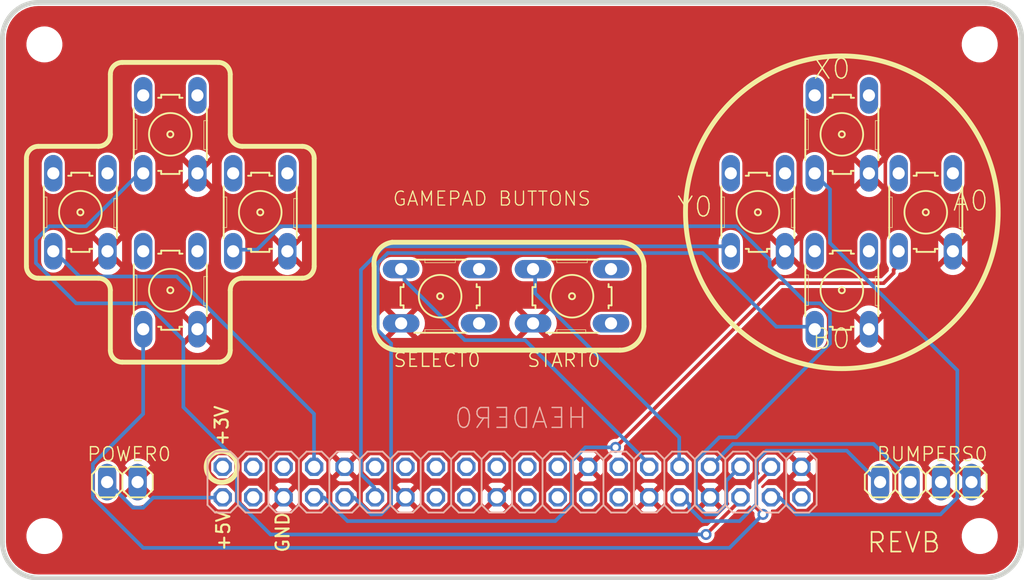
<source format=kicad_pcb>
(kicad_pcb (version 20221018) (generator pcbnew)
  (layers (0 "F.Cu" signal) (31 "B.Cu" signal) (34 "B.Paste" user) (35 "F.Paste" user) (36 "B.SilkS" user "B.Silkscreen") (37 "F.SilkS" user "F.Silkscreen") (38 "B.Mask" user) (39 "F.Mask" user) (44 "Edge.Cuts" user))
  (net 0 "")
  (net 1 "N$1")
  (net 2 "N$3")
  (net 3 "N$10")
  (net 4 "GND")
  (net 5 "N$9")
  (net 6 "+5V")
  (net 7 "N$12")
  (net 8 "N$13")
  (net 9 "N$2")
  (net 10 "N$4")
  (net 11 "N$5")
  (net 12 "N$6")
  (net 13 "N$7")
  (net 14 "N$8")
  (footprint "working:B3F-10XX" (layer "F.Cu") (at 183.0011 98.5036 90)
    (fp_text reference "A0" (at 0.952 5.317) (layer "F.SilkS") (effects (font (size 1.6637 1.6637) (thickness 0.1143)) (justify right)))
    (fp_text value "")
    (pad "1" thru_hole oval (at -3.2512 -2.2606 90) (size 3.048 1.524) (drill 1.016) (layers "*.Cu" "*.Mask") (net 13 "N$7"))
    (pad "2" thru_hole oval (at 3.2512 -2.2606 90) (size 3.048 1.524) (drill 1.016) (layers "*.Cu" "*.Mask"))
    (pad "3" thru_hole oval (at -3.2512 2.2606 90) (size 3.048 1.524) (drill 1.016) (layers "*.Cu" "*.Mask") (net 4 "GND"))
    (pad "4" thru_hole oval (at 3.2512 2.2606 90) (size 3.048 1.524) (drill 1.016) (layers "*.Cu" "*.Mask"))
  )
  (footprint "working:B3F-10XX" (layer "F.Cu") (at 120.0011 105.0036 90)
    (fp_text reference "DOWN0" hide)
    (fp_text value "")
    (pad "1" thru_hole oval (at -3.2512 -2.2606 90) (size 3.048 1.524) (drill 1.016) (layers "*.Cu" "*.Mask") (net 11 "N$5"))
    (pad "2" thru_hole oval (at 3.2512 -2.2606 90) (size 3.048 1.524) (drill 1.016) (layers "*.Cu" "*.Mask"))
    (pad "3" thru_hole oval (at -3.2512 2.2606 90) (size 3.048 1.524) (drill 1.016) (layers "*.Cu" "*.Mask") (net 4 "GND"))
    (pad "4" thru_hole oval (at 3.2512 2.2606 90) (size 3.048 1.524) (drill 1.016) (layers "*.Cu" "*.Mask"))
  )
  (footprint "" (layer "F.Cu") (at 187.5011 125.5036)
    (fp_text reference "@HOLE2" hide)
    (fp_text value "" (at 0 0) (layer "F.SilkS") (effects (font (size 1.27 1.27))))
    (pad "" np_thru_hole circle (at 0 0) (size 2.5 2.5) (drill 2.5) (layers "*.Cu" "*.Mask"))
  )
  (footprint "working:B3F-10XX" (layer "F.Cu") (at 153.5011 105.5036)
    (fp_text reference "START0" (at 2.452 5.317) (layer "F.SilkS") (effects (font (size 1.1557 1.1557) (thickness 0.1143)) (justify right)))
    (fp_text value "")
    (pad "1" thru_hole oval (at -3.2512 -2.2606) (size 3.048 1.524) (drill 1.016) (layers "*.Cu" "*.Mask") (net 3 "N$10"))
    (pad "2" thru_hole oval (at 3.2512 -2.2606) (size 3.048 1.524) (drill 1.016) (layers "*.Cu" "*.Mask"))
    (pad "3" thru_hole oval (at -3.2512 2.2606) (size 3.048 1.524) (drill 1.016) (layers "*.Cu" "*.Mask") (net 4 "GND"))
    (pad "4" thru_hole oval (at 3.2512 2.2606) (size 3.048 1.524) (drill 1.016) (layers "*.Cu" "*.Mask"))
  )
  (footprint "working:B3F-10XX" (layer "F.Cu") (at 112.5011 98.5036 90)
    (fp_text reference "LEFT0" hide)
    (fp_text value "")
    (pad "1" thru_hole oval (at -3.2512 -2.2606 90) (size 3.048 1.524) (drill 1.016) (layers "*.Cu" "*.Mask") (net 1 "N$1"))
    (pad "2" thru_hole oval (at 3.2512 -2.2606 90) (size 3.048 1.524) (drill 1.016) (layers "*.Cu" "*.Mask"))
    (pad "3" thru_hole oval (at -3.2512 2.2606 90) (size 3.048 1.524) (drill 1.016) (layers "*.Cu" "*.Mask") (net 4 "GND"))
    (pad "4" thru_hole oval (at 3.2512 2.2606 90) (size 3.048 1.524) (drill 1.016) (layers "*.Cu" "*.Mask"))
  )
  (footprint "" (layer "F.Cu") (at 109.5011 125.5036)
    (fp_text reference "@HOLE1" hide)
    (fp_text value "" (at 0 0) (layer "F.SilkS") (effects (font (size 1.27 1.27))))
    (pad "" np_thru_hole circle (at 0 0) (size 2.5 2.5) (drill 2.5) (layers "*.Cu" "*.Mask"))
  )
  (footprint "working:1X04" (layer "F.Cu") (at 183.0011 121.0036)
    (fp_text reference "BUMPERS0" (at -4.1562 -2.3288) (layer "F.SilkS") (effects (font (size 1.1557 1.1557) (thickness 0.1143)) (justify left)))
    (fp_text value "")
    (pad "1" thru_hole oval (at -3.81 0 90) (size 3.048 1.524) (drill 1.016) (layers "*.Cu" "*.Mask") (net 7 "N$12"))
    (pad "2" thru_hole oval (at -1.27 0 90) (size 3.048 1.524) (drill 1.016) (layers "*.Cu" "*.Mask") (net 8 "N$13"))
    (pad "3" thru_hole oval (at 1.27 0 90) (size 3.048 1.524) (drill 1.016) (layers "*.Cu" "*.Mask") (net 4 "GND"))
    (pad "4" thru_hole oval (at 3.81 0 90) (size 3.048 1.524) (drill 1.016) (layers "*.Cu" "*.Mask") (net 4 "GND"))
  )
  (footprint "working:B3F-10XX" (layer "F.Cu") (at 176.0011 105.0036 90)
    (fp_text reference "B0" (at -4.048 0.817) (layer "F.SilkS") (effects (font (size 1.6637 1.6637) (thickness 0.1143)) (justify right)))
    (fp_text value "")
    (pad "1" thru_hole oval (at -3.2512 -2.2606 90) (size 3.048 1.524) (drill 1.016) (layers "*.Cu" "*.Mask") (net 14 "N$8"))
    (pad "2" thru_hole oval (at 3.2512 -2.2606 90) (size 3.048 1.524) (drill 1.016) (layers "*.Cu" "*.Mask"))
    (pad "3" thru_hole oval (at -3.2512 2.2606 90) (size 3.048 1.524) (drill 1.016) (layers "*.Cu" "*.Mask") (net 4 "GND"))
    (pad "4" thru_hole oval (at 3.2512 2.2606 90) (size 3.048 1.524) (drill 1.016) (layers "*.Cu" "*.Mask"))
  )
  (footprint "" (layer "F.Cu") (at 187.5011 84.5036)
    (fp_text reference "@HOLE3" hide)
    (fp_text value "" (at 0 0) (layer "F.SilkS") (effects (font (size 1.27 1.27))))
    (pad "" np_thru_hole circle (at 0 0) (size 2.5 2.5) (drill 2.5) (layers "*.Cu" "*.Mask"))
  )
  (footprint "" (layer "F.Cu") (at 109.5011 84.5036)
    (fp_text reference "@HOLE0" hide)
    (fp_text value "" (at 0 0) (layer "F.SilkS") (effects (font (size 1.27 1.27))))
    (pad "" np_thru_hole circle (at 0 0) (size 2.5 2.5) (drill 2.5) (layers "*.Cu" "*.Mask"))
  )
  (footprint "working:1X02" (layer "F.Cu") (at 116.0011 121.0036)
    (fp_text reference "POWER0" (at -3.0066 -2.3288) (layer "F.SilkS") (effects (font (size 1.1557 1.1557) (thickness 0.1143)) (justify left)))
    (fp_text value "5V GND")
    (pad "1" thru_hole oval (at -1.27 0 90) (size 3.048 1.524) (drill 1.016) (layers "*.Cu" "*.Mask") (net 6 "+5V"))
    (pad "2" thru_hole oval (at 1.27 0 90) (size 3.048 1.524) (drill 1.016) (layers "*.Cu" "*.Mask") (net 4 "GND"))
  )
  (footprint "working:B3F-10XX" (layer "F.Cu") (at 169.0011 98.5036 90)
    (fp_text reference "Y0" (at 0.452 -3.683) (layer "F.SilkS") (effects (font (size 1.6637 1.6637) (thickness 0.1143)) (justify right)))
    (fp_text value "")
    (pad "1" thru_hole oval (at -3.2512 -2.2606 90) (size 3.048 1.524) (drill 1.016) (layers "*.Cu" "*.Mask") (net 2 "N$3"))
    (pad "2" thru_hole oval (at 3.2512 -2.2606 90) (size 3.048 1.524) (drill 1.016) (layers "*.Cu" "*.Mask"))
    (pad "3" thru_hole oval (at -3.2512 2.2606 90) (size 3.048 1.524) (drill 1.016) (layers "*.Cu" "*.Mask") (net 4 "GND"))
    (pad "4" thru_hole oval (at 3.2512 2.2606 90) (size 3.048 1.524) (drill 1.016) (layers "*.Cu" "*.Mask"))
  )
  (footprint "working:B3F-10XX" (layer "F.Cu") (at 176.0011 92.0036 90)
    (fp_text reference "X0" (at 5.452 0.817) (layer "F.SilkS") (effects (font (size 1.6637 1.6637) (thickness 0.1143)) (justify right)))
    (fp_text value "")
    (pad "1" thru_hole oval (at -3.2512 -2.2606 90) (size 3.048 1.524) (drill 1.016) (layers "*.Cu" "*.Mask") (net 12 "N$6"))
    (pad "2" thru_hole oval (at 3.2512 -2.2606 90) (size 3.048 1.524) (drill 1.016) (layers "*.Cu" "*.Mask"))
    (pad "3" thru_hole oval (at -3.2512 2.2606 90) (size 3.048 1.524) (drill 1.016) (layers "*.Cu" "*.Mask") (net 4 "GND"))
    (pad "4" thru_hole oval (at 3.2512 2.2606 90) (size 3.048 1.524) (drill 1.016) (layers "*.Cu" "*.Mask"))
  )
  (footprint "working:B3F-10XX" (layer "F.Cu") (at 120.0011 92.0036 90)
    (fp_text reference "UP0" hide)
    (fp_text value "")
    (pad "1" thru_hole oval (at -3.2512 -2.2606 90) (size 3.048 1.524) (drill 1.016) (layers "*.Cu" "*.Mask") (net 9 "N$2"))
    (pad "2" thru_hole oval (at 3.2512 -2.2606 90) (size 3.048 1.524) (drill 1.016) (layers "*.Cu" "*.Mask"))
    (pad "3" thru_hole oval (at -3.2512 2.2606 90) (size 3.048 1.524) (drill 1.016) (layers "*.Cu" "*.Mask") (net 4 "GND"))
    (pad "4" thru_hole oval (at 3.2512 2.2606 90) (size 3.048 1.524) (drill 1.016) (layers "*.Cu" "*.Mask"))
  )
  (footprint "working:B3F-10XX" (layer "F.Cu") (at 142.5011 105.5036)
    (fp_text reference "SELECT0" (at 3.452 5.317) (layer "F.SilkS") (effects (font (size 1.1557 1.1557) (thickness 0.1143)) (justify right)))
    (fp_text value "")
    (pad "1" thru_hole oval (at -3.2512 -2.2606) (size 3.048 1.524) (drill 1.016) (layers "*.Cu" "*.Mask") (net 5 "N$9"))
    (pad "2" thru_hole oval (at 3.2512 -2.2606) (size 3.048 1.524) (drill 1.016) (layers "*.Cu" "*.Mask"))
    (pad "3" thru_hole oval (at -3.2512 2.2606) (size 3.048 1.524) (drill 1.016) (layers "*.Cu" "*.Mask") (net 4 "GND"))
    (pad "4" thru_hole oval (at 3.2512 2.2606) (size 3.048 1.524) (drill 1.016) (layers "*.Cu" "*.Mask"))
  )
  (footprint "working:B3F-10XX" (layer "F.Cu") (at 127.5011 98.5036 90)
    (fp_text reference "RIGHT0" hide)
    (fp_text value "")
    (pad "1" thru_hole oval (at -3.2512 -2.2606 90) (size 3.048 1.524) (drill 1.016) (layers "*.Cu" "*.Mask") (net 10 "N$4"))
    (pad "2" thru_hole oval (at 3.2512 -2.2606 90) (size 3.048 1.524) (drill 1.016) (layers "*.Cu" "*.Mask"))
    (pad "3" thru_hole oval (at -3.2512 2.2606 90) (size 3.048 1.524) (drill 1.016) (layers "*.Cu" "*.Mask") (net 4 "GND"))
    (pad "4" thru_hole oval (at 3.2512 2.2606 90) (size 3.048 1.524) (drill 1.016) (layers "*.Cu" "*.Mask"))
  )
  (footprint "working:2X20" (layer "B.Cu") (at 148.5011 121.0036)
    (fp_text reference "HEADER0" (at -4.9 -5.325) (layer "B.SilkS") (effects (font (size 1.6637 1.6637) (thickness 0.1143)) (justify right mirror)))
    (fp_text value "")
    (pad "1" thru_hole roundrect (at -24.13 -1.27) (size 1.524 1.524) (drill 1.016) (layers "*.Cu" "*.Mask") (chamfer_ratio 0.2928932188) (chamfer top_left top_right bottom_left bottom_right))
    (pad "2" thru_hole roundrect (at -24.13 1.27) (size 1.524 1.524) (drill 1.016) (layers "*.Cu" "*.Mask") (chamfer_ratio 0.2928932188) (chamfer top_left top_right bottom_left bottom_right) (net 6 "+5V"))
    (pad "3" thru_hole roundrect (at -21.59 -1.27) (size 1.524 1.524) (drill 1.016) (layers "*.Cu" "*.Mask") (chamfer_ratio 0.2928932188) (chamfer top_left top_right bottom_left bottom_right))
    (pad "4" thru_hole roundrect (at -21.59 1.27) (size 1.524 1.524) (drill 1.016) (layers "*.Cu" "*.Mask") (chamfer_ratio 0.2928932188) (chamfer top_left top_right bottom_left bottom_right))
    (pad "5" thru_hole roundrect (at -19.05 -1.27) (size 1.524 1.524) (drill 1.016) (layers "*.Cu" "*.Mask") (chamfer_ratio 0.2928932188) (chamfer top_left top_right bottom_left bottom_right))
    (pad "6" thru_hole roundrect (at -19.05 1.27) (size 1.524 1.524) (drill 1.016) (layers "*.Cu" "*.Mask") (chamfer_ratio 0.2928932188) (chamfer top_left top_right bottom_left bottom_right) (net 4 "GND"))
    (pad "7" thru_hole roundrect (at -16.51 -1.27) (size 1.524 1.524) (drill 1.016) (layers "*.Cu" "*.Mask") (chamfer_ratio 0.2928932188) (chamfer top_left top_right bottom_left bottom_right) (net 1 "N$1"))
    (pad "8" thru_hole roundrect (at -16.51 1.27) (size 1.524 1.524) (drill 1.016) (layers "*.Cu" "*.Mask") (chamfer_ratio 0.2928932188) (chamfer top_left top_right bottom_left bottom_right) (net 13 "N$7"))
    (pad "9" thru_hole roundrect (at -13.97 -1.27) (size 1.524 1.524) (drill 1.016) (layers "*.Cu" "*.Mask") (chamfer_ratio 0.2928932188) (chamfer top_left top_right bottom_left bottom_right) (net 4 "GND"))
    (pad "10" thru_hole roundrect (at -13.97 1.27) (size 1.524 1.524) (drill 1.016) (layers "*.Cu" "*.Mask") (chamfer_ratio 0.2928932188) (chamfer top_left top_right bottom_left bottom_right) (net 14 "N$8"))
    (pad "11" thru_hole roundrect (at -11.43 -1.27) (size 1.524 1.524) (drill 1.016) (layers "*.Cu" "*.Mask") (chamfer_ratio 0.2928932188) (chamfer top_left top_right bottom_left bottom_right))
    (pad "12" thru_hole roundrect (at -11.43 1.27) (size 1.524 1.524) (drill 1.016) (layers "*.Cu" "*.Mask") (chamfer_ratio 0.2928932188) (chamfer top_left top_right bottom_left bottom_right) (net 2 "N$3"))
    (pad "13" thru_hole roundrect (at -8.89 -1.27) (size 1.524 1.524) (drill 1.016) (layers "*.Cu" "*.Mask") (chamfer_ratio 0.2928932188) (chamfer top_left top_right bottom_left bottom_right))
    (pad "14" thru_hole roundrect (at -8.89 1.27) (size 1.524 1.524) (drill 1.016) (layers "*.Cu" "*.Mask") (chamfer_ratio 0.2928932188) (chamfer top_left top_right bottom_left bottom_right) (net 4 "GND"))
    (pad "15" thru_hole roundrect (at -6.35 -1.27) (size 1.524 1.524) (drill 1.016) (layers "*.Cu" "*.Mask") (chamfer_ratio 0.2928932188) (chamfer top_left top_right bottom_left bottom_right))
    (pad "16" thru_hole roundrect (at -6.35 1.27) (size 1.524 1.524) (drill 1.016) (layers "*.Cu" "*.Mask") (chamfer_ratio 0.2928932188) (chamfer top_left top_right bottom_left bottom_right))
    (pad "17" thru_hole roundrect (at -3.81 -1.27) (size 1.524 1.524) (drill 1.016) (layers "*.Cu" "*.Mask") (chamfer_ratio 0.2928932188) (chamfer top_left top_right bottom_left bottom_right))
    (pad "18" thru_hole roundrect (at -3.81 1.27) (size 1.524 1.524) (drill 1.016) (layers "*.Cu" "*.Mask") (chamfer_ratio 0.2928932188) (chamfer top_left top_right bottom_left bottom_right))
    (pad "19" thru_hole roundrect (at -1.27 -1.27) (size 1.524 1.524) (drill 1.016) (layers "*.Cu" "*.Mask") (chamfer_ratio 0.2928932188) (chamfer top_left top_right bottom_left bottom_right))
    (pad "20" thru_hole roundrect (at -1.27 1.27) (size 1.524 1.524) (drill 1.016) (layers "*.Cu" "*.Mask") (chamfer_ratio 0.2928932188) (chamfer top_left top_right bottom_left bottom_right) (net 4 "GND"))
    (pad "21" thru_hole roundrect (at 1.27 -1.27) (size 1.524 1.524) (drill 1.016) (layers "*.Cu" "*.Mask") (chamfer_ratio 0.2928932188) (chamfer top_left top_right bottom_left bottom_right))
    (pad "22" thru_hole roundrect (at 1.27 1.27) (size 1.524 1.524) (drill 1.016) (layers "*.Cu" "*.Mask") (chamfer_ratio 0.2928932188) (chamfer top_left top_right bottom_left bottom_right))
    (pad "23" thru_hole roundrect (at 3.81 -1.27) (size 1.524 1.524) (drill 1.016) (layers "*.Cu" "*.Mask") (chamfer_ratio 0.2928932188) (chamfer top_left top_right bottom_left bottom_right))
    (pad "24" thru_hole roundrect (at 3.81 1.27) (size 1.524 1.524) (drill 1.016) (layers "*.Cu" "*.Mask") (chamfer_ratio 0.2928932188) (chamfer top_left top_right bottom_left bottom_right))
    (pad "25" thru_hole roundrect (at 6.35 -1.27) (size 1.524 1.524) (drill 1.016) (layers "*.Cu" "*.Mask") (chamfer_ratio 0.2928932188) (chamfer top_left top_right bottom_left bottom_right) (net 4 "GND"))
    (pad "26" thru_hole roundrect (at 6.35 1.27) (size 1.524 1.524) (drill 1.016) (layers "*.Cu" "*.Mask") (chamfer_ratio 0.2928932188) (chamfer top_left top_right bottom_left bottom_right))
    (pad "27" thru_hole roundrect (at 8.89 -1.27) (size 1.524 1.524) (drill 1.016) (layers "*.Cu" "*.Mask") (chamfer_ratio 0.2928932188) (chamfer top_left top_right bottom_left bottom_right))
    (pad "28" thru_hole roundrect (at 8.89 1.27) (size 1.524 1.524) (drill 1.016) (layers "*.Cu" "*.Mask") (chamfer_ratio 0.2928932188) (chamfer top_left top_right bottom_left bottom_right))
    (pad "29" thru_hole roundrect (at 11.43 -1.27) (size 1.524 1.524) (drill 1.016) (layers "*.Cu" "*.Mask") (chamfer_ratio 0.2928932188) (chamfer top_left top_right bottom_left bottom_right) (net 5 "N$9"))
    (pad "30" thru_hole roundrect (at 11.43 1.27) (size 1.524 1.524) (drill 1.016) (layers "*.Cu" "*.Mask") (chamfer_ratio 0.2928932188) (chamfer top_left top_right bottom_left bottom_right) (net 4 "GND"))
    (pad "31" thru_hole roundrect (at 13.97 -1.27) (size 1.524 1.524) (drill 1.016) (layers "*.Cu" "*.Mask") (chamfer_ratio 0.2928932188) (chamfer top_left top_right bottom_left bottom_right) (net 3 "N$10"))
    (pad "32" thru_hole roundrect (at 13.97 1.27) (size 1.524 1.524) (drill 1.016) (layers "*.Cu" "*.Mask") (chamfer_ratio 0.2928932188) (chamfer top_left top_right bottom_left bottom_right) (net 7 "N$12"))
    (pad "33" thru_hole roundrect (at 16.51 -1.27) (size 1.524 1.524) (drill 1.016) (layers "*.Cu" "*.Mask") (chamfer_ratio 0.2928932188) (chamfer top_left top_right bottom_left bottom_right) (net 8 "N$13"))
    (pad "34" thru_hole roundrect (at 16.51 1.27) (size 1.524 1.524) (drill 1.016) (layers "*.Cu" "*.Mask") (chamfer_ratio 0.2928932188) (chamfer top_left top_right bottom_left bottom_right) (net 4 "GND"))
    (pad "35" thru_hole roundrect (at 19.05 -1.27) (size 1.524 1.524) (drill 1.016) (layers "*.Cu" "*.Mask") (chamfer_ratio 0.2928932188) (chamfer top_left top_right bottom_left bottom_right) (net 10 "N$4"))
    (pad "36" thru_hole roundrect (at 19.05 1.27) (size 1.524 1.524) (drill 1.016) (layers "*.Cu" "*.Mask") (chamfer_ratio 0.2928932188) (chamfer top_left top_right bottom_left bottom_right) (net 9 "N$2"))
    (pad "37" thru_hole roundrect (at 21.59 -1.27) (size 1.524 1.524) (drill 1.016) (layers "*.Cu" "*.Mask") (chamfer_ratio 0.2928932188) (chamfer top_left top_right bottom_left bottom_right) (net 11 "N$5"))
    (pad "38" thru_hole roundrect (at 21.59 1.27) (size 1.524 1.524) (drill 1.016) (layers "*.Cu" "*.Mask") (chamfer_ratio 0.2928932188) (chamfer top_left top_right bottom_left bottom_right) (net 12 "N$6"))
    (pad "39" thru_hole roundrect (at 24.13 -1.27) (size 1.524 1.524) (drill 1.016) (layers "*.Cu" "*.Mask") (chamfer_ratio 0.2928932188) (chamfer top_left top_right bottom_left bottom_right) (net 4 "GND"))
    (pad "40" thru_hole roundrect (at 24.13 1.27) (size 1.524 1.524) (drill 1.016) (layers "*.Cu" "*.Mask") (chamfer_ratio 0.2928932188) (chamfer top_left top_right bottom_left bottom_right))
  )
  (gr_arc (start 126.0011 93.0036) (mid 125.293993 92.710707) (end 125.0011 92.0036) (stroke (width 0.4064)) (layer "F.SilkS"))
  (gr_arc (start 124.0011 86.0036) (mid 124.708207 86.296493) (end 125.0011 87.0036) (stroke (width 0.4064)) (layer "F.SilkS"))
  (gr_arc (start 125.0011 105.0036) (mid 125.293993 104.296493) (end 126.0011 104.0036) (stroke (width 0.4064)) (layer "F.SilkS"))
  (gr_line (start 138.5011 101.0036) (end 157.5011 101.0036) (stroke (width 0.4064)) (layer "F.SilkS"))
  (gr_circle (center 124.2891 119.7326) (end 125.58425 119.7326) (stroke (width 0.4064)) (fill none) (layer "F.SilkS"))
  (gr_circle (center 176.0011 98.5036) (end 189.039503 98.5036) (stroke (width 0.4064)) (fill none) (layer "F.SilkS"))
  (gr_arc (start 131.0011 93.0036) (mid 131.708207 93.296493) (end 132.0011 94.0036) (stroke (width 0.4064)) (layer "F.SilkS"))
  (gr_line (start 131.0011 104.0036) (end 126.0011 104.0036) (stroke (width 0.4064)) (layer "F.SilkS"))
  (gr_arc (start 115.0011 92.0036) (mid 114.708207 92.710707) (end 114.0011 93.0036) (stroke (width 0.4064)) (layer "F.SilkS"))
  (gr_line (start 115.0011 87.0036) (end 115.0011 92.0036) (stroke (width 0.4064)) (layer "F.SilkS"))
  (gr_line (start 115.0011 105.0036) (end 115.0011 110.0036) (stroke (width 0.4064)) (layer "F.SilkS"))
  (gr_line (start 137.0011 108.0036) (end 137.0011 103.0036) (stroke (width 0.4064)) (layer "F.SilkS"))
  (gr_arc (start 157.5011 101.0036) (mid 158.915314 101.589386) (end 159.5011 103.0036) (stroke (width 0.4064)) (layer "F.SilkS"))
  (gr_arc (start 115.0011 87.0036) (mid 115.293993 86.296493) (end 116.0011 86.0036) (stroke (width 0.4064)) (layer "F.SilkS"))
  (gr_arc (start 109.0011 104.0036) (mid 108.293993 103.710707) (end 108.0011 103.0036) (stroke (width 0.4064)) (layer "F.SilkS"))
  (gr_line (start 109.0011 104.0036) (end 114.0011 104.0036) (stroke (width 0.4064)) (layer "F.SilkS"))
  (gr_line (start 108.0011 94.0036) (end 108.0011 103.0036) (stroke (width 0.4064)) (layer "F.SilkS"))
  (gr_line (start 114.0011 93.0036) (end 109.0011 93.0036) (stroke (width 0.4064)) (layer "F.SilkS"))
  (gr_line (start 125.0011 105.0036) (end 125.0011 110.0036) (stroke (width 0.4064)) (layer "F.SilkS"))
  (gr_line (start 132.0011 94.0036) (end 132.0011 103.0036) (stroke (width 0.4064)) (layer "F.SilkS"))
  (gr_arc (start 125.0011 110.0036) (mid 124.708207 110.710707) (end 124.0011 111.0036) (stroke (width 0.4064)) (layer "F.SilkS"))
  (gr_arc (start 108.0011 94.0036) (mid 108.293993 93.296493) (end 109.0011 93.0036) (stroke (width 0.4064)) (layer "F.SilkS"))
  (gr_line (start 125.0011 87.0036) (end 125.0011 92.0036) (stroke (width 0.4064)) (layer "F.SilkS"))
  (gr_line (start 126.0011 93.0036) (end 131.0011 93.0036) (stroke (width 0.4064)) (layer "F.SilkS"))
  (gr_line (start 116.0011 111.0036) (end 124.0011 111.0036) (stroke (width 0.4064)) (layer "F.SilkS"))
  (gr_arc (start 132.0011 103.0036) (mid 131.708207 103.710707) (end 131.0011 104.0036) (stroke (width 0.4064)) (layer "F.SilkS"))
  (gr_line (start 157.5011 110.0036) (end 139.0011 110.0036) (stroke (width 0.4064)) (layer "F.SilkS"))
  (gr_line (start 159.5011 103.0036) (end 159.5011 108.0036) (stroke (width 0.4064)) (layer "F.SilkS"))
  (gr_arc (start 137.0011 103.0036) (mid 137.336886 101.69294) (end 138.5011 101.0036) (stroke (width 0.4064)) (layer "F.SilkS"))
  (gr_arc (start 139.0011 110.0036) (mid 137.586886 109.417814) (end 137.0011 108.0036) (stroke (width 0.4064)) (layer "F.SilkS"))
  (gr_arc (start 116.0011 111.0036) (mid 115.293993 110.710707) (end 115.0011 110.0036) (stroke (width 0.4064)) (layer "F.SilkS"))
  (gr_arc (start 159.5011 108.0036) (mid 158.915314 109.417814) (end 157.5011 110.0036) (stroke (width 0.4064)) (layer "F.SilkS"))
  (gr_line (start 116.0011 86.0036) (end 124.0011 86.0036) (stroke (width 0.4064)) (layer "F.SilkS"))
  (gr_arc (start 114.0011 104.0036) (mid 114.708207 104.296493) (end 115.0011 105.0036) (stroke (width 0.4064)) (layer "F.SilkS"))
  (gr_arc (start 191.0011 126.0036) (mid 190.12242 128.12492) (end 188.0011 129.0036) (stroke (width 0.4064)) (layer "Edge.Cuts"))
  (gr_arc (start 106.0011 84.0036) (mid 106.87978 81.88228) (end 109.0011 81.0036) (stroke (width 0.4064)) (layer "Edge.Cuts"))
  (gr_line (start 188.0011 129.0036) (end 109.0011 129.0036) (stroke (width 0.4064)) (layer "Edge.Cuts"))
  (gr_line (start 109.0011 81.0036) (end 188.0011 81.0036) (stroke (width 0.4064)) (layer "Edge.Cuts"))
  (gr_arc (start 188.0011 81.0036) (mid 190.12242 81.88228) (end 191.0011 84.0036) (stroke (width 0.4064)) (layer "Edge.Cuts"))
  (gr_line (start 191.0011 84.0036) (end 191.0011 126.0036) (stroke (width 0.4064)) (layer "Edge.Cuts"))
  (gr_arc (start 109.0011 129.0036) (mid 106.87978 128.12492) (end 106.0011 126.0036) (stroke (width 0.4064)) (layer "Edge.Cuts"))
  (gr_line (start 106.0011 126.0036) (end 106.0011 84.0036) (stroke (width 0.4064)) (layer "Edge.Cuts"))
  (gr_text "GND" (at 129.3691 125.1936 90) (layer "F.SilkS") (effects (font (size 1.0922 1.0922) (thickness 0.1778))))
  (gr_text "REVB" (at 178.0011 127.0036) (layer "F.SilkS") (effects (font (size 1.63576 1.63576) (thickness 0.14224)) (justify left bottom)))
  (gr_text "GAMEPAD BUTTONS" (at 138.4811 98.05) (layer "F.SilkS") (effects (font (size 1.1684 1.1684) (thickness 0.1016)) (justify left bottom)))
  (gr_text "+3V" (at 124.2891 116.3036 90) (layer "F.SilkS") (effects (font (size 1.0922 1.0922) (thickness 0.1778))))
  (gr_text "+5V" (at 124.4161 125.0666 90) (layer "F.SilkS") (effects (font (size 1.0922 1.0922) (thickness 0.1778))))
  (segment (start 120.5299 103.8576) (end 131.9853 115.313) (width 0.3048) (layer "B.Cu") (net 1))
  (segment (start 131.9853 115.313) (end 131.9853 119.504) (width 0.3048) (layer "B.Cu") (net 1))
  (segment (start 110.4715 101.9018) (end 112.4273 103.8576) (width 0.3048) (layer "B.Cu") (net 1))
  (segment (start 112.4273 103.8576) (end 120.5299 103.8576) (width 0.3048) (layer "B.Cu") (net 1))
  (segment (start 110.4715 101.9018) (end 110.2405 101.7548) (width 0.3048) (layer "B.Cu") (net 1))
  (segment (start 131.9853 119.504) (end 131.9911 119.7336) (width 0.3048) (layer "B.Cu") (net 1))
  (segment (start 135.8969 120.3422) (end 137.0145 121.4598) (width 0.3048) (layer "B.Cu") (net 2))
  (segment (start 137.0145 122.0186) (end 137.0711 122.2736) (width 0.3048) (layer "B.Cu") (net 2))
  (segment (start 166.3515 101.343) (end 137.8527 101.343) (width 0.3048) (layer "B.Cu") (net 2))
  (segment (start 137.0145 121.4598) (end 137.0145 122.0186) (width 0.3048) (layer "B.Cu") (net 2))
  (segment (start 135.8969 103.2988) (end 135.8969 120.3422) (width 0.3048) (layer "B.Cu") (net 2))
  (segment (start 137.8527 101.343) (end 135.8969 103.2988) (width 0.3048) (layer "B.Cu") (net 2))
  (segment (start 166.6309 101.6224) (end 166.3515 101.343) (width 0.3048) (layer "B.Cu") (net 2))
  (segment (start 166.6309 101.6224) (end 166.7405 101.7548) (width 0.3048) (layer "B.Cu") (net 2))
  (segment (start 150.4257 105.2546) (end 150.4257 103.2988) (width 0.3048) (layer "B.Cu") (net 3))
  (segment (start 162.4399 119.504) (end 162.4711 119.7336) (width 0.3048) (layer "B.Cu") (net 3))
  (segment (start 162.4399 119.504) (end 162.4399 117.2688) (width 0.3048) (layer "B.Cu") (net 3))
  (segment (start 150.4257 103.2988) (end 150.2499 103.243) (width 0.3048) (layer "B.Cu") (net 3))
  (segment (start 162.4399 117.2688) (end 150.4257 105.2546) (width 0.3048) (layer "B.Cu") (net 3))
  (segment (start 159.9253 119.504) (end 159.9311 119.7336) (width 0.3048) (layer "B.Cu") (net 5))
  (segment (start 144.5583 109.1662) (end 149.5875 109.1662) (width 0.3048) (layer "B.Cu") (net 5))
  (segment (start 139.5291 104.137) (end 144.5583 109.1662) (width 0.3048) (layer "B.Cu") (net 5))
  (segment (start 149.5875 109.1662) (end 159.9253 119.504) (width 0.3048) (layer "B.Cu") (net 5))
  (segment (start 139.5291 103.2988) (end 139.2499 103.243) (width 0.3048) (layer "B.Cu") (net 5))
  (segment (start 139.5291 103.2988) (end 139.5291 104.137) (width 0.3048) (layer "B.Cu") (net 5))
  (segment (start 116.8977 123.1362) (end 117.7359 123.1362) (width 0.3048) (layer "B.Cu") (net 6))
  (segment (start 117.7359 123.1362) (end 118.5741 122.298) (width 0.3048) (layer "B.Cu") (net 6))
  (segment (start 124.1621 122.298) (end 124.3711 122.2736) (width 0.3048) (layer "B.Cu") (net 6))
  (segment (start 114.9419 121.1804) (end 114.7311 121.0036) (width 0.3048) (layer "B.Cu") (net 6))
  (segment (start 114.9419 121.1804) (end 116.8977 123.1362) (width 0.3048) (layer "B.Cu") (net 6))
  (segment (start 118.5741 122.298) (end 124.1621 122.298) (width 0.3048) (layer "B.Cu") (net 6))
  (segment (start 168.8661 122.8568) (end 167.4691 124.2538) (width 0.3048) (layer "B.Cu") (net 7))
  (segment (start 163.2781 122.8568) (end 162.7193 122.298) (width 0.3048) (layer "B.Cu") (net 7))
  (segment (start 164.3957 124.2538) (end 163.2781 123.1362) (width 0.3048) (layer "B.Cu") (net 7))
  (segment (start 162.7193 122.298) (end 162.4711 122.2736) (width 0.3048) (layer "B.Cu") (net 7))
  (segment (start 168.8661 119.2246) (end 168.8661 122.8568) (width 0.3048) (layer "B.Cu") (net 7))
  (segment (start 163.2781 123.1362) (end 163.2781 122.8568) (width 0.3048) (layer "B.Cu") (net 7))
  (segment (start 167.4691 124.2538) (end 164.3957 124.2538) (width 0.3048) (layer "B.Cu") (net 7))
  (segment (start 169.7043 118.3864) (end 168.8661 119.2246) (width 0.3048) (layer "B.Cu") (net 7))
  (segment (start 176.4099 118.3864) (end 169.7043 118.3864) (width 0.3048) (layer "B.Cu") (net 7))
  (segment (start 178.9245 120.901) (end 176.4099 118.3864) (width 0.3048) (layer "B.Cu") (net 7))
  (segment (start 178.9245 120.901) (end 179.1911 121.0036) (width 0.3048) (layer "B.Cu") (net 7))
  (segment (start 178.6451 117.8276) (end 181.7185 120.901) (width 0.3048) (layer "B.Cu") (net 8))
  (segment (start 181.7185 120.901) (end 181.7311 121.0036) (width 0.3048) (layer "B.Cu") (net 8))
  (segment (start 165.2339 119.504) (end 166.9103 117.8276) (width 0.3048) (layer "B.Cu") (net 8))
  (segment (start 166.9103 117.8276) (end 178.6451 117.8276) (width 0.3048) (layer "B.Cu") (net 8))
  (segment (start 165.2339 119.504) (end 165.0111 119.7336) (width 0.3048) (layer "B.Cu") (net 8))
  (segment (start 167.7485 122.298) (end 164.6751 125.3714) (width 0.3048) (layer "F.Cu") (net 9))
  (segment (start 167.7485 122.298) (end 167.5511 122.2736) (width 0.3048) (layer "F.Cu") (net 9))
  (via (at 164.6751 125.3714) (size 0.9144) (drill 0.508) (layers "F.Cu" "B.Cu") (net 9))
  (segment (start 112.1479 106.0928) (end 108.7951 102.74) (width 0.3048) (layer "B.Cu") (net 9))
  (segment (start 108.7951 100.7842) (end 109.9127 99.6666) (width 0.3048) (layer "B.Cu") (net 9))
  (segment (start 109.9127 99.6666) (end 112.9861 99.6666) (width 0.3048) (layer "B.Cu") (net 9))
  (segment (start 164.6751 125.3714) (end 128.3531 125.3714) (width 0.3048) (layer "B.Cu") (net 9))
  (segment (start 118.0153 106.0928) (end 112.1479 106.0928) (width 0.3048) (layer "B.Cu") (net 9))
  (segment (start 125.5591 119.2246) (end 121.0887 114.7542) (width 0.3048) (layer "B.Cu") (net 9))
  (segment (start 117.1771 95.4756) (end 117.7359 95.4756) (width 0.3048) (layer "B.Cu") (net 9))
  (segment (start 117.7359 95.4756) (end 117.7405 95.2548) (width 0.3048) (layer "B.Cu") (net 9))
  (segment (start 121.0887 109.1662) (end 118.0153 106.0928) (width 0.3048) (layer "B.Cu") (net 9))
  (segment (start 128.3531 125.3714) (end 125.5591 122.5774) (width 0.3048) (layer "B.Cu") (net 9))
  (segment (start 108.7951 102.74) (end 108.7951 100.7842) (width 0.3048) (layer "B.Cu") (net 9))
  (segment (start 121.0887 114.7542) (end 121.0887 109.1662) (width 0.3048) (layer "B.Cu") (net 9))
  (segment (start 112.9861 99.6666) (end 117.1771 95.4756) (width 0.3048) (layer "B.Cu") (net 9))
  (segment (start 125.5591 122.5774) (end 125.5591 119.2246) (width 0.3048) (layer "B.Cu") (net 9))
  (segment (start 167.1897 117.2688) (end 175.0129 109.4456) (width 0.3048) (layer "B.Cu") (net 10))
  (segment (start 169.9837 102.4606) (end 167.1897 99.6666) (width 0.3048) (layer "B.Cu") (net 10))
  (segment (start 129.1913 99.6666) (end 127.2355 101.6224) (width 0.3048) (layer "B.Cu") (net 10))
  (segment (start 163.8369 119.2246) (end 165.7927 117.2688) (width 0.3048) (layer "B.Cu") (net 10))
  (segment (start 166.3515 120.901) (end 166.3515 122.8568) (width 0.3048) (layer "B.Cu") (net 10))
  (segment (start 125.2797 101.6224) (end 125.2405 101.7548) (width 0.3048) (layer "B.Cu") (net 10))
  (segment (start 175.0129 109.4456) (end 175.0129 106.931) (width 0.3048) (layer "B.Cu") (net 10))
  (segment (start 167.4691 119.7834) (end 167.5511 119.7336) (width 0.3048) (layer "B.Cu") (net 10))
  (segment (start 167.1897 99.6666) (end 129.1913 99.6666) (width 0.3048) (layer "B.Cu") (net 10))
  (segment (start 165.7927 117.2688) (end 167.1897 117.2688) (width 0.3048) (layer "B.Cu") (net 10))
  (segment (start 127.2355 101.6224) (end 125.2797 101.6224) (width 0.3048) (layer "B.Cu") (net 10))
  (segment (start 175.0129 106.931) (end 174.1747 106.0928) (width 0.3048) (layer "B.Cu") (net 10))
  (segment (start 163.8369 122.8568) (end 163.8369 119.2246) (width 0.3048) (layer "B.Cu") (net 10))
  (segment (start 166.3515 122.8568) (end 165.5133 123.695) (width 0.3048) (layer "B.Cu") (net 10))
  (segment (start 169.9837 103.0194) (end 169.9837 102.4606) (width 0.3048) (layer "B.Cu") (net 10))
  (segment (start 164.6751 123.695) (end 163.8369 122.8568) (width 0.3048) (layer "B.Cu") (net 10))
  (segment (start 165.5133 123.695) (end 164.6751 123.695) (width 0.3048) (layer "B.Cu") (net 10))
  (segment (start 173.0571 106.0928) (end 169.9837 103.0194) (width 0.3048) (layer "B.Cu") (net 10))
  (segment (start 167.4691 119.7834) (end 166.3515 120.901) (width 0.3048) (layer "B.Cu") (net 10))
  (segment (start 174.1747 106.0928) (end 173.0571 106.0928) (width 0.3048) (layer "B.Cu") (net 10))
  (segment (start 170.2631 119.7834) (end 170.0911 119.7336) (width 0.3048) (layer "F.Cu") (net 11))
  (segment (start 168.8661 121.1804) (end 168.8661 123.1362) (width 0.3048) (layer "F.Cu") (net 11))
  (segment (start 168.8661 123.1362) (end 169.4249 123.695) (width 0.3048) (layer "F.Cu") (net 11))
  (segment (start 170.2631 119.7834) (end 168.8661 121.1804) (width 0.3048) (layer "F.Cu") (net 11))
  (via (at 169.4249 123.695) (size 0.9144) (drill 0.508) (layers "F.Cu" "B.Cu") (net 11))
  (segment (start 166.6309 126.489) (end 117.7359 126.489) (width 0.3048) (layer "B.Cu") (net 11))
  (segment (start 117.7359 108.328) (end 117.7405 108.2548) (width 0.3048) (layer "B.Cu") (net 11))
  (segment (start 169.4249 123.695) (end 166.6309 126.489) (width 0.3048) (layer "B.Cu") (net 11))
  (segment (start 113.5449 122.298) (end 113.5449 119.504) (width 0.3048) (layer "B.Cu") (net 11))
  (segment (start 117.7359 115.313) (end 117.7359 108.328) (width 0.3048) (layer "B.Cu") (net 11))
  (segment (start 117.7359 126.489) (end 113.5449 122.298) (width 0.3048) (layer "B.Cu") (net 11))
  (segment (start 113.5449 119.504) (end 117.7359 115.313) (width 0.3048) (layer "B.Cu") (net 11))
  (segment (start 170.2631 122.298) (end 170.0911 122.2736) (width 0.3048) (layer "B.Cu") (net 12))
  (segment (start 185.6301 111.6808) (end 185.6301 122.298) (width 0.3048) (layer "B.Cu") (net 12))
  (segment (start 170.8219 122.298) (end 170.2631 122.298) (width 0.3048) (layer "B.Cu") (net 12))
  (segment (start 172.2189 123.695) (end 170.8219 122.298) (width 0.3048) (layer "B.Cu") (net 12))
  (segment (start 173.8953 95.4756) (end 175.0129 96.5932) (width 0.3048) (layer "B.Cu") (net 12))
  (segment (start 175.0129 96.5932) (end 175.0129 101.0636) (width 0.3048) (layer "B.Cu") (net 12))
  (segment (start 175.0129 101.0636) (end 185.6301 111.6808) (width 0.3048) (layer "B.Cu") (net 12))
  (segment (start 173.8953 95.4756) (end 173.7405 95.2548) (width 0.3048) (layer "B.Cu") (net 12))
  (segment (start 185.6301 122.298) (end 184.2331 123.695) (width 0.3048) (layer "B.Cu") (net 12))
  (segment (start 184.2331 123.695) (end 172.2189 123.695) (width 0.3048) (layer "B.Cu") (net 12))
  (segment (start 170.8219 104.4164) (end 157.1313 118.107) (width 0.3048) (layer "F.Cu") (net 13))
  (segment (start 180.3215 103.5782) (end 179.4833 104.4164) (width 0.3048) (layer "F.Cu") (net 13))
  (segment (start 180.6009 101.9018) (end 180.7405 101.7548) (width 0.3048) (layer "F.Cu") (net 13))
  (segment (start 180.6009 101.9018) (end 180.6009 103.0194) (width 0.3048) (layer "F.Cu") (net 13))
  (segment (start 180.3215 103.2988) (end 180.3215 103.5782) (width 0.3048) (layer "F.Cu") (net 13))
  (segment (start 180.6009 103.0194) (end 180.3215 103.2988) (width 0.3048) (layer "F.Cu") (net 13))
  (segment (start 179.4833 104.4164) (end 170.8219 104.4164) (width 0.3048) (layer "F.Cu") (net 13))
  (via (at 157.1313 118.107) (size 0.9144) (drill 0.508) (layers "F.Cu" "B.Cu") (net 13))
  (segment (start 132.8235 122.298) (end 132.2647 122.298) (width 0.3048) (layer "B.Cu") (net 13))
  (segment (start 154.6167 118.107) (end 153.4991 119.2246) (width 0.3048) (layer "B.Cu") (net 13))
  (segment (start 153.4991 119.2246) (end 153.4991 122.8568) (width 0.3048) (layer "B.Cu") (net 13))
  (segment (start 134.7793 124.2538) (end 132.8235 122.298) (width 0.3048) (layer "B.Cu") (net 13))
  (segment (start 157.1313 118.107) (end 154.6167 118.107) (width 0.3048) (layer "B.Cu") (net 13))
  (segment (start 152.1021 124.2538) (end 134.7793 124.2538) (width 0.3048) (layer "B.Cu") (net 13))
  (segment (start 132.2647 122.298) (end 131.9911 122.2736) (width 0.3048) (layer "B.Cu") (net 13))
  (segment (start 153.4991 122.8568) (end 152.1021 124.2538) (width 0.3048) (layer "B.Cu") (net 13))
  (segment (start 173.6159 108.0486) (end 173.7405 108.2548) (width 0.3048) (layer "B.Cu") (net 14))
  (segment (start 170.5425 108.0486) (end 164.3957 101.9018) (width 0.3048) (layer "B.Cu") (net 14))
  (segment (start 138.4115 122.8568) (end 137.5733 123.695) (width 0.3048) (layer "B.Cu") (net 14))
  (segment (start 164.3957 101.9018) (end 138.1321 101.9018) (width 0.3048) (layer "B.Cu") (net 14))
  (segment (start 173.6159 108.0486) (end 170.5425 108.0486) (width 0.3048) (layer "B.Cu") (net 14))
  (segment (start 134.7793 122.298) (end 134.5311 122.2736) (width 0.3048) (layer "B.Cu") (net 14))
  (segment (start 138.4115 109.4456) (end 138.4115 122.8568) (width 0.3048) (layer "B.Cu") (net 14))
  (segment (start 136.7351 123.695) (end 135.3381 122.298) (width 0.3048) (layer "B.Cu") (net 14))
  (segment (start 137.2939 108.328) (end 138.4115 109.4456) (width 0.3048) (layer "B.Cu") (net 14))
  (segment (start 135.3381 122.298) (end 134.7793 122.298) (width 0.3048) (layer "B.Cu") (net 14))
  (segment (start 137.5733 123.695) (end 136.7351 123.695) (width 0.3048) (layer "B.Cu") (net 14))
  (segment (start 138.1321 101.9018) (end 137.2939 102.74) (width 0.3048) (layer "B.Cu") (net 14))
  (segment (start 137.2939 102.74) (end 137.2939 108.328) (width 0.3048) (layer "B.Cu") (net 14))
  (zone (net 4) (net_name "GND") (layer "F.Cu") (priority 6) (connect_pads (clearance 0.000001)) (min_thickness 0.2032) (fill yes (thermal_gap 0.4564) (thermal_bridge_width 0.4564))
    (polygon (pts (xy 188.353995 81.323094) (xy 188.700853 81.392088) (xy 189.035737 81.505766) (xy 189.352918 81.662182) (xy 189.64697 81.858662) (xy 189.912859 82.091841) (xy 190.146038 82.35773) (xy 190.342518 82.651782) (xy 190.498934 82.968963) (xy 190.614764 83.310187) (xy 190.7043 83.990282) (xy 190.7043 126.010252) (xy 190.681606 126.356495) (xy 190.612612 126.703353) (xy 190.498934 127.038237) (xy 190.342518 127.355418) (xy 190.146038 127.64947) (xy 189.912859 127.915359) (xy 189.64697 128.148538) (xy 189.352918 128.345018) (xy 189.035737 128.501434) (xy 188.694513 128.617264) (xy 188.014418 128.7068) (xy 108.994448 128.7068) (xy 108.648205 128.684106) (xy 108.301347 128.615112) (xy 107.966463 128.501434) (xy 107.649282 128.345018) (xy 107.35523 128.148538) (xy 107.089341 127.915359) (xy 106.856162 127.64947) (xy 106.659682 127.355418) (xy 106.503266 127.038237) (xy 106.389588 126.703353) (xy 106.320594 126.356495) (xy 106.2979 126.010252) (xy 106.2979 83.996948) (xy 106.320594 83.650705) (xy 106.389588 83.303847) (xy 106.503266 82.968963) (xy 106.659682 82.651782) (xy 106.856162 82.35773) (xy 107.089341 82.091841) (xy 107.35523 81.858662) (xy 107.649282 81.662182) (xy 107.966463 81.505766) (xy 108.301347 81.392088) (xy 108.648205 81.323094) (xy 108.994448 81.3004) (xy 188.007752 81.3004)))
  )
)
</source>
